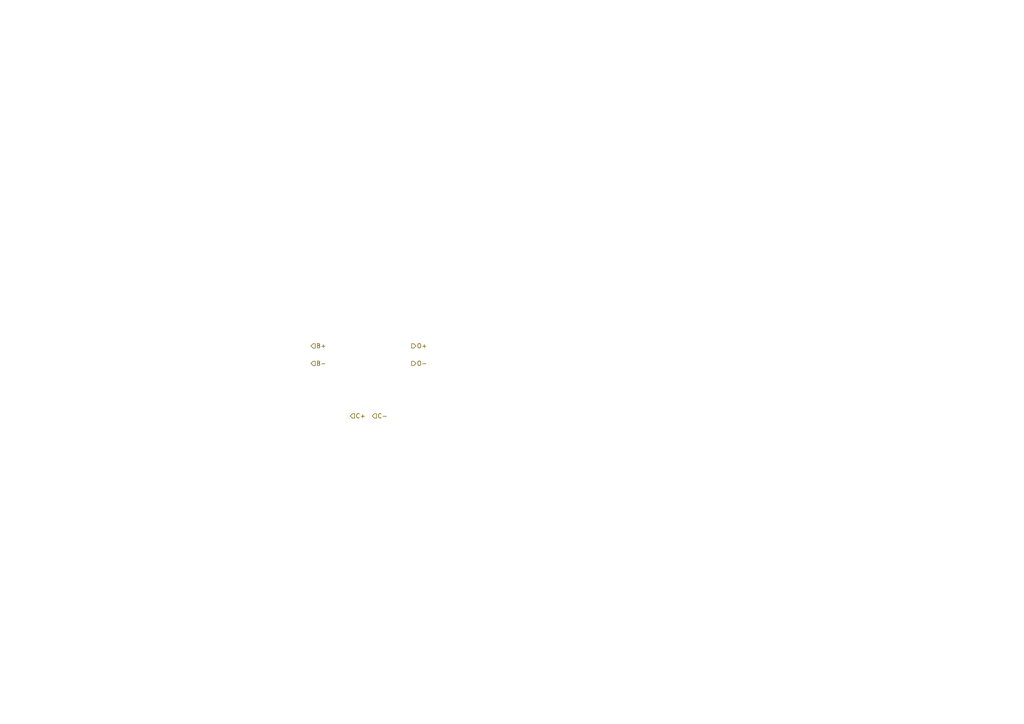
<source format=kicad_sch>
(kicad_sch
	(version 20231120)
	(generator "eeschema")
	(generator_version "8.0")
	(uuid "aaad609c-13f0-43db-8c93-3fd80f8a3a6d")
	(paper "A4")
	(lib_symbols)
	(hierarchical_label "C+"
		(shape input)
		(at 101.6 120.65 0)
		(fields_autoplaced yes)
		(effects
			(font
				(size 1.27 1.27)
			)
			(justify left)
		)
		(uuid "0a26ba34-cfcf-4a2a-94f0-7c36e9378150")
	)
	(hierarchical_label "B+"
		(shape input)
		(at 90.17 100.33 0)
		(fields_autoplaced yes)
		(effects
			(font
				(size 1.27 1.27)
			)
			(justify left)
		)
		(uuid "1b072c17-e79e-4f2c-a8db-1fedb133542b")
	)
	(hierarchical_label "O+"
		(shape output)
		(at 119.38 100.33 0)
		(fields_autoplaced yes)
		(effects
			(font
				(size 1.27 1.27)
			)
			(justify left)
		)
		(uuid "25547856-0c7f-48eb-8352-b2e02bab10ea")
	)
	(hierarchical_label "B-"
		(shape input)
		(at 90.17 105.41 0)
		(fields_autoplaced yes)
		(effects
			(font
				(size 1.27 1.27)
			)
			(justify left)
		)
		(uuid "2d2faef1-7954-45af-9d36-d340db1d2bf2")
	)
	(hierarchical_label "O-"
		(shape output)
		(at 119.38 105.41 0)
		(fields_autoplaced yes)
		(effects
			(font
				(size 1.27 1.27)
			)
			(justify left)
		)
		(uuid "4d2455c4-2c50-4bd9-8a13-9a83f75a5043")
	)
	(hierarchical_label "C-"
		(shape input)
		(at 107.95 120.65 0)
		(fields_autoplaced yes)
		(effects
			(font
				(size 1.27 1.27)
			)
			(justify left)
		)
		(uuid "780cc166-37d7-41a6-a973-5093a7bfb38b")
	)
)
</source>
